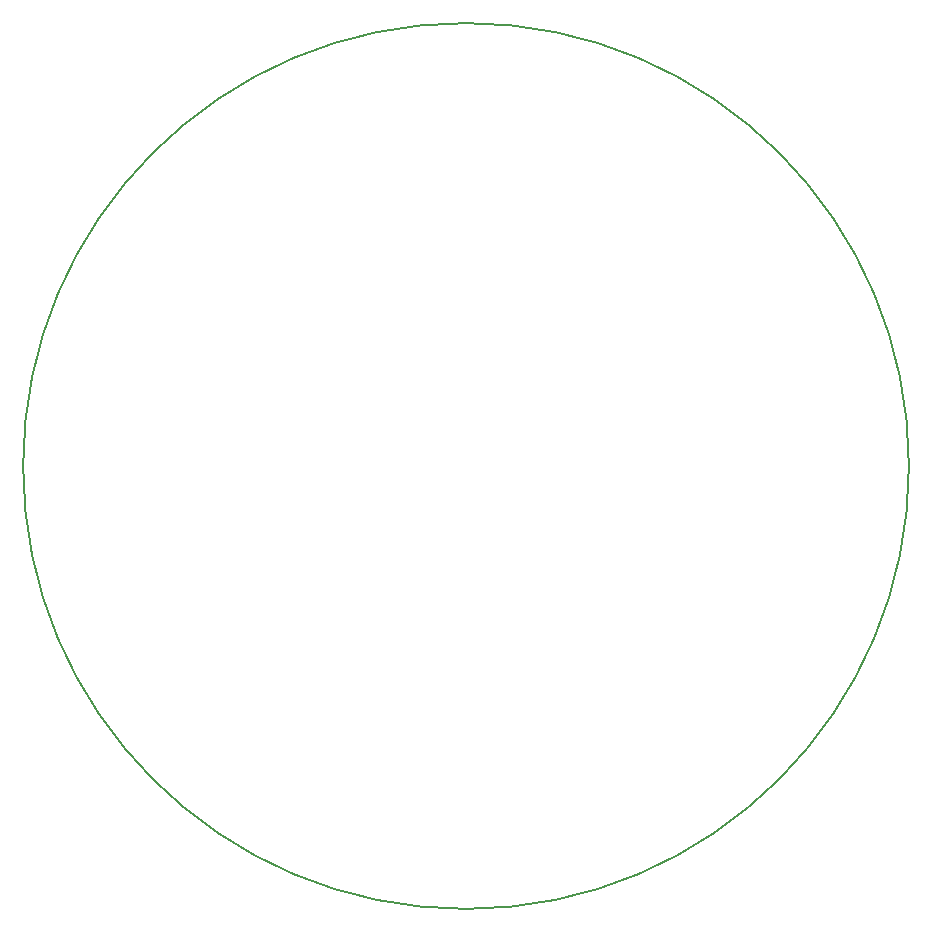
<source format=gbr>
G04 #@! TF.FileFunction,Profile,NP*
%FSLAX46Y46*%
G04 Gerber Fmt 4.6, Leading zero omitted, Abs format (unit mm)*
G04 Created by KiCad (PCBNEW 4.0.7) date 07/15/18 17:53:39*
%MOMM*%
%LPD*%
G01*
G04 APERTURE LIST*
%ADD10C,0.100000*%
%ADD11C,0.150000*%
G04 APERTURE END LIST*
D10*
D11*
X187500000Y-100000000D02*
G75*
G03X187500000Y-100000000I-37500000J0D01*
G01*
M02*

</source>
